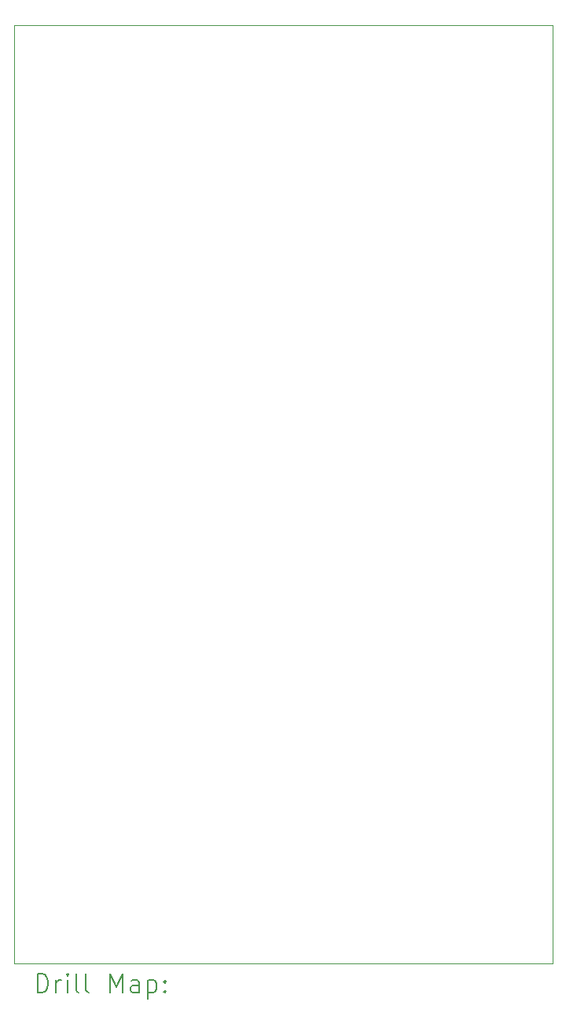
<source format=gbr>
%FSLAX45Y45*%
G04 Gerber Fmt 4.5, Leading zero omitted, Abs format (unit mm)*
G04 Created by KiCad (PCBNEW (6.0.1)) date 2022-12-13 14:11:29*
%MOMM*%
%LPD*%
G01*
G04 APERTURE LIST*
%TA.AperFunction,Profile*%
%ADD10C,0.100000*%
%TD*%
%ADD11C,0.200000*%
G04 APERTURE END LIST*
D10*
X2000000Y-2000000D02*
X7800000Y-2000000D01*
X7800000Y-2000000D02*
X7800000Y-12100000D01*
X7800000Y-12100000D02*
X2000000Y-12100000D01*
X2000000Y-12100000D02*
X2000000Y-2000000D01*
D11*
X2252619Y-12415476D02*
X2252619Y-12215476D01*
X2300238Y-12215476D01*
X2328810Y-12225000D01*
X2347857Y-12244048D01*
X2357381Y-12263095D01*
X2366905Y-12301190D01*
X2366905Y-12329762D01*
X2357381Y-12367857D01*
X2347857Y-12386905D01*
X2328810Y-12405952D01*
X2300238Y-12415476D01*
X2252619Y-12415476D01*
X2452619Y-12415476D02*
X2452619Y-12282143D01*
X2452619Y-12320238D02*
X2462143Y-12301190D01*
X2471667Y-12291667D01*
X2490714Y-12282143D01*
X2509762Y-12282143D01*
X2576429Y-12415476D02*
X2576429Y-12282143D01*
X2576429Y-12215476D02*
X2566905Y-12225000D01*
X2576429Y-12234524D01*
X2585952Y-12225000D01*
X2576429Y-12215476D01*
X2576429Y-12234524D01*
X2700238Y-12415476D02*
X2681190Y-12405952D01*
X2671667Y-12386905D01*
X2671667Y-12215476D01*
X2805000Y-12415476D02*
X2785952Y-12405952D01*
X2776429Y-12386905D01*
X2776429Y-12215476D01*
X3033571Y-12415476D02*
X3033571Y-12215476D01*
X3100238Y-12358333D01*
X3166905Y-12215476D01*
X3166905Y-12415476D01*
X3347857Y-12415476D02*
X3347857Y-12310714D01*
X3338333Y-12291667D01*
X3319286Y-12282143D01*
X3281190Y-12282143D01*
X3262143Y-12291667D01*
X3347857Y-12405952D02*
X3328809Y-12415476D01*
X3281190Y-12415476D01*
X3262143Y-12405952D01*
X3252619Y-12386905D01*
X3252619Y-12367857D01*
X3262143Y-12348809D01*
X3281190Y-12339286D01*
X3328809Y-12339286D01*
X3347857Y-12329762D01*
X3443095Y-12282143D02*
X3443095Y-12482143D01*
X3443095Y-12291667D02*
X3462143Y-12282143D01*
X3500238Y-12282143D01*
X3519286Y-12291667D01*
X3528809Y-12301190D01*
X3538333Y-12320238D01*
X3538333Y-12377381D01*
X3528809Y-12396428D01*
X3519286Y-12405952D01*
X3500238Y-12415476D01*
X3462143Y-12415476D01*
X3443095Y-12405952D01*
X3624048Y-12396428D02*
X3633571Y-12405952D01*
X3624048Y-12415476D01*
X3614524Y-12405952D01*
X3624048Y-12396428D01*
X3624048Y-12415476D01*
X3624048Y-12291667D02*
X3633571Y-12301190D01*
X3624048Y-12310714D01*
X3614524Y-12301190D01*
X3624048Y-12291667D01*
X3624048Y-12310714D01*
M02*

</source>
